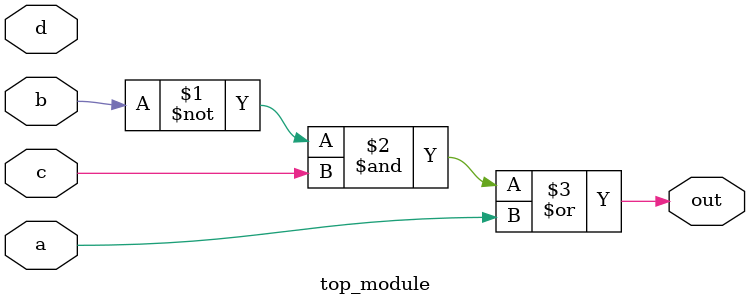
<source format=v>
module top_module(
    input a,
    input b,
    input c,
    input d,
    output out  ); 
    assign out = (~b & c) | a;
endmodule
</source>
